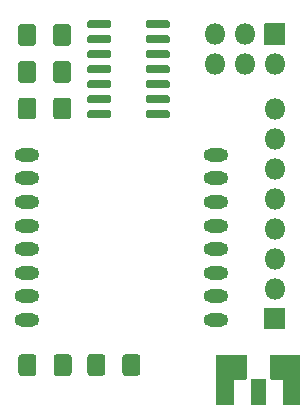
<source format=gts>
G04 #@! TF.GenerationSoftware,KiCad,Pcbnew,5.1.9*
G04 #@! TF.CreationDate,2021-03-12T19:02:00+01:00*
G04 #@! TF.ProjectId,LORA_ATTINY84,4c4f5241-5f41-4545-9449-4e5938342e6b,rev?*
G04 #@! TF.SameCoordinates,Original*
G04 #@! TF.FileFunction,Soldermask,Top*
G04 #@! TF.FilePolarity,Negative*
%FSLAX46Y46*%
G04 Gerber Fmt 4.6, Leading zero omitted, Abs format (unit mm)*
G04 Created by KiCad (PCBNEW 5.1.9) date 2021-03-12 19:02:00*
%MOMM*%
%LPD*%
G01*
G04 APERTURE LIST*
%ADD10C,0.100000*%
%ADD11O,1.802000X1.802000*%
%ADD12O,2.102000X1.102000*%
G04 APERTURE END LIST*
G36*
G01*
X87436200Y-79383601D02*
X87436200Y-77283599D01*
G75*
G02*
X87487199Y-77232600I50999J0D01*
G01*
X88687201Y-77232600D01*
G75*
G02*
X88738200Y-77283599I0J-50999D01*
G01*
X88738200Y-79383601D01*
G75*
G02*
X88687201Y-79434600I-50999J0D01*
G01*
X87487199Y-79434600D01*
G75*
G02*
X87436200Y-79383601I0J50999D01*
G01*
G37*
D10*
G36*
X91591597Y-75187045D02*
G01*
X91592572Y-75187141D01*
X91602401Y-75189099D01*
X91603339Y-75189384D01*
X91612540Y-75193195D01*
X91613405Y-75193657D01*
X91621699Y-75199192D01*
X91622457Y-75199813D01*
X91629587Y-75206943D01*
X91630208Y-75207701D01*
X91635743Y-75215995D01*
X91636205Y-75216860D01*
X91640016Y-75226061D01*
X91640301Y-75226999D01*
X91642259Y-75236828D01*
X91642355Y-75237803D01*
X91642600Y-75242800D01*
X91642600Y-79442800D01*
X91642355Y-79447797D01*
X91642259Y-79448772D01*
X91640301Y-79458601D01*
X91640016Y-79459539D01*
X91636205Y-79468740D01*
X91635743Y-79469605D01*
X91630208Y-79477899D01*
X91629587Y-79478657D01*
X91622457Y-79485787D01*
X91621699Y-79486408D01*
X91613405Y-79491943D01*
X91612540Y-79492405D01*
X91603339Y-79496216D01*
X91602401Y-79496501D01*
X91592572Y-79498459D01*
X91591597Y-79498555D01*
X91586600Y-79498800D01*
X90236600Y-79498800D01*
X90231603Y-79498555D01*
X90230628Y-79498459D01*
X90220799Y-79496501D01*
X90219861Y-79496216D01*
X90210660Y-79492405D01*
X90209795Y-79491943D01*
X90201501Y-79486408D01*
X90200743Y-79485787D01*
X90193613Y-79478657D01*
X90192992Y-79477899D01*
X90187457Y-79469605D01*
X90186995Y-79468740D01*
X90183184Y-79459539D01*
X90182899Y-79458601D01*
X90180941Y-79448772D01*
X90180845Y-79447797D01*
X90180600Y-79442800D01*
X90180600Y-77298800D01*
X89136600Y-77298800D01*
X89131603Y-77298555D01*
X89130628Y-77298459D01*
X89120799Y-77296501D01*
X89119861Y-77296216D01*
X89110660Y-77292405D01*
X89109795Y-77291943D01*
X89101501Y-77286408D01*
X89100743Y-77285787D01*
X89093613Y-77278657D01*
X89092992Y-77277899D01*
X89087457Y-77269605D01*
X89086995Y-77268740D01*
X89083184Y-77259539D01*
X89082899Y-77258601D01*
X89080941Y-77248772D01*
X89080845Y-77247797D01*
X89080600Y-77242800D01*
X89080600Y-75242800D01*
X89080845Y-75237803D01*
X89080941Y-75236828D01*
X89082899Y-75226999D01*
X89083184Y-75226061D01*
X89086995Y-75216860D01*
X89087457Y-75215995D01*
X89092992Y-75207701D01*
X89093613Y-75206943D01*
X89100743Y-75199813D01*
X89101501Y-75199192D01*
X89109795Y-75193657D01*
X89110660Y-75193195D01*
X89119861Y-75189384D01*
X89120799Y-75189099D01*
X89130628Y-75187141D01*
X89131603Y-75187045D01*
X89136600Y-75186800D01*
X91586600Y-75186800D01*
X91591597Y-75187045D01*
G37*
G36*
X87039917Y-75187045D02*
G01*
X87040892Y-75187141D01*
X87050721Y-75189099D01*
X87051659Y-75189384D01*
X87060860Y-75193195D01*
X87061725Y-75193657D01*
X87070019Y-75199192D01*
X87070777Y-75199813D01*
X87077907Y-75206943D01*
X87078528Y-75207701D01*
X87084063Y-75215995D01*
X87084525Y-75216860D01*
X87088336Y-75226061D01*
X87088621Y-75226999D01*
X87090579Y-75236828D01*
X87090675Y-75237803D01*
X87090920Y-75242800D01*
X87090920Y-77242800D01*
X87090675Y-77247797D01*
X87090579Y-77248772D01*
X87088621Y-77258601D01*
X87088336Y-77259539D01*
X87084525Y-77268740D01*
X87084063Y-77269605D01*
X87078528Y-77277899D01*
X87077907Y-77278657D01*
X87070777Y-77285787D01*
X87070019Y-77286408D01*
X87061725Y-77291943D01*
X87060860Y-77292405D01*
X87051659Y-77296216D01*
X87050721Y-77296501D01*
X87040892Y-77298459D01*
X87039917Y-77298555D01*
X87034920Y-77298800D01*
X85990920Y-77298800D01*
X85990920Y-79442800D01*
X85990675Y-79447797D01*
X85990579Y-79448772D01*
X85988621Y-79458601D01*
X85988336Y-79459539D01*
X85984525Y-79468740D01*
X85984063Y-79469605D01*
X85978528Y-79477899D01*
X85977907Y-79478657D01*
X85970777Y-79485787D01*
X85970019Y-79486408D01*
X85961725Y-79491943D01*
X85960860Y-79492405D01*
X85951659Y-79496216D01*
X85950721Y-79496501D01*
X85940892Y-79498459D01*
X85939917Y-79498555D01*
X85934920Y-79498800D01*
X84584920Y-79498800D01*
X84579923Y-79498555D01*
X84578948Y-79498459D01*
X84569119Y-79496501D01*
X84568181Y-79496216D01*
X84558980Y-79492405D01*
X84558115Y-79491943D01*
X84549821Y-79486408D01*
X84549063Y-79485787D01*
X84541933Y-79478657D01*
X84541312Y-79477899D01*
X84535777Y-79469605D01*
X84535315Y-79468740D01*
X84531504Y-79459539D01*
X84531219Y-79458601D01*
X84529261Y-79448772D01*
X84529165Y-79447797D01*
X84528920Y-79442800D01*
X84528920Y-75242800D01*
X84529165Y-75237803D01*
X84529261Y-75236828D01*
X84531219Y-75226999D01*
X84531504Y-75226061D01*
X84535315Y-75216860D01*
X84535777Y-75215995D01*
X84541312Y-75207701D01*
X84541933Y-75206943D01*
X84549063Y-75199813D01*
X84549821Y-75199192D01*
X84558115Y-75193657D01*
X84558980Y-75193195D01*
X84568181Y-75189384D01*
X84569119Y-75189099D01*
X84578948Y-75187141D01*
X84579923Y-75187045D01*
X84584920Y-75186800D01*
X87034920Y-75186800D01*
X87039917Y-75187045D01*
G37*
G36*
G01*
X70740700Y-76756506D02*
X70740700Y-75440294D01*
G75*
G02*
X71008594Y-75172400I267894J0D01*
G01*
X71999806Y-75172400D01*
G75*
G02*
X72267700Y-75440294I0J-267894D01*
G01*
X72267700Y-76756506D01*
G75*
G02*
X71999806Y-77024400I-267894J0D01*
G01*
X71008594Y-77024400D01*
G75*
G02*
X70740700Y-76756506I0J267894D01*
G01*
G37*
G36*
G01*
X67765700Y-76756506D02*
X67765700Y-75440294D01*
G75*
G02*
X68033594Y-75172400I267894J0D01*
G01*
X69024806Y-75172400D01*
G75*
G02*
X69292700Y-75440294I0J-267894D01*
G01*
X69292700Y-76756506D01*
G75*
G02*
X69024806Y-77024400I-267894J0D01*
G01*
X68033594Y-77024400D01*
G75*
G02*
X67765700Y-76756506I0J267894D01*
G01*
G37*
G36*
G01*
X75120400Y-75414894D02*
X75120400Y-76731106D01*
G75*
G02*
X74852506Y-76999000I-267894J0D01*
G01*
X73861294Y-76999000D01*
G75*
G02*
X73593400Y-76731106I0J267894D01*
G01*
X73593400Y-75414894D01*
G75*
G02*
X73861294Y-75147000I267894J0D01*
G01*
X74852506Y-75147000D01*
G75*
G02*
X75120400Y-75414894I0J-267894D01*
G01*
G37*
G36*
G01*
X78095400Y-75414894D02*
X78095400Y-76731106D01*
G75*
G02*
X77827506Y-76999000I-267894J0D01*
G01*
X76836294Y-76999000D01*
G75*
G02*
X76568400Y-76731106I0J267894D01*
G01*
X76568400Y-75414894D01*
G75*
G02*
X76836294Y-75147000I267894J0D01*
G01*
X77827506Y-75147000D01*
G75*
G02*
X78095400Y-75414894I0J-267894D01*
G01*
G37*
G36*
G01*
X69253000Y-53697894D02*
X69253000Y-55014106D01*
G75*
G02*
X68985106Y-55282000I-267894J0D01*
G01*
X67993894Y-55282000D01*
G75*
G02*
X67726000Y-55014106I0J267894D01*
G01*
X67726000Y-53697894D01*
G75*
G02*
X67993894Y-53430000I267894J0D01*
G01*
X68985106Y-53430000D01*
G75*
G02*
X69253000Y-53697894I0J-267894D01*
G01*
G37*
G36*
G01*
X72228000Y-53697894D02*
X72228000Y-55014106D01*
G75*
G02*
X71960106Y-55282000I-267894J0D01*
G01*
X70968894Y-55282000D01*
G75*
G02*
X70701000Y-55014106I0J267894D01*
G01*
X70701000Y-53697894D01*
G75*
G02*
X70968894Y-53430000I267894J0D01*
G01*
X71960106Y-53430000D01*
G75*
G02*
X72228000Y-53697894I0J-267894D01*
G01*
G37*
D11*
X84378800Y-50596800D03*
X84378800Y-48056800D03*
X86918800Y-50596800D03*
X86918800Y-48056800D03*
X89458800Y-50596800D03*
G36*
G01*
X88608800Y-47155800D02*
X90308800Y-47155800D01*
G75*
G02*
X90359800Y-47206800I0J-51000D01*
G01*
X90359800Y-48906800D01*
G75*
G02*
X90308800Y-48957800I-51000J0D01*
G01*
X88608800Y-48957800D01*
G75*
G02*
X88557800Y-48906800I0J51000D01*
G01*
X88557800Y-47206800D01*
G75*
G02*
X88608800Y-47155800I51000J0D01*
G01*
G37*
X89458800Y-54381400D03*
X89458800Y-56921400D03*
X89458800Y-59461400D03*
X89458800Y-62001400D03*
X89458800Y-64541400D03*
X89458800Y-67081400D03*
X89458800Y-69621400D03*
G36*
G01*
X90359800Y-71311400D02*
X90359800Y-73011400D01*
G75*
G02*
X90308800Y-73062400I-51000J0D01*
G01*
X88608800Y-73062400D01*
G75*
G02*
X88557800Y-73011400I0J51000D01*
G01*
X88557800Y-71311400D01*
G75*
G02*
X88608800Y-71260400I51000J0D01*
G01*
X90308800Y-71260400D01*
G75*
G02*
X90359800Y-71311400I0J-51000D01*
G01*
G37*
G36*
G01*
X69253000Y-50611794D02*
X69253000Y-51928006D01*
G75*
G02*
X68985106Y-52195900I-267894J0D01*
G01*
X67993894Y-52195900D01*
G75*
G02*
X67726000Y-51928006I0J267894D01*
G01*
X67726000Y-50611794D01*
G75*
G02*
X67993894Y-50343900I267894J0D01*
G01*
X68985106Y-50343900D01*
G75*
G02*
X69253000Y-50611794I0J-267894D01*
G01*
G37*
G36*
G01*
X72228000Y-50611794D02*
X72228000Y-51928006D01*
G75*
G02*
X71960106Y-52195900I-267894J0D01*
G01*
X70968894Y-52195900D01*
G75*
G02*
X70701000Y-51928006I0J267894D01*
G01*
X70701000Y-50611794D01*
G75*
G02*
X70968894Y-50343900I267894J0D01*
G01*
X71960106Y-50343900D01*
G75*
G02*
X72228000Y-50611794I0J-267894D01*
G01*
G37*
G36*
G01*
X70701000Y-48791106D02*
X70701000Y-47474894D01*
G75*
G02*
X70968894Y-47207000I267894J0D01*
G01*
X71960106Y-47207000D01*
G75*
G02*
X72228000Y-47474894I0J-267894D01*
G01*
X72228000Y-48791106D01*
G75*
G02*
X71960106Y-49059000I-267894J0D01*
G01*
X70968894Y-49059000D01*
G75*
G02*
X70701000Y-48791106I0J267894D01*
G01*
G37*
G36*
G01*
X67726000Y-48791106D02*
X67726000Y-47474894D01*
G75*
G02*
X67993894Y-47207000I267894J0D01*
G01*
X68985106Y-47207000D01*
G75*
G02*
X69253000Y-47474894I0J-267894D01*
G01*
X69253000Y-48791106D01*
G75*
G02*
X68985106Y-49059000I-267894J0D01*
G01*
X67993894Y-49059000D01*
G75*
G02*
X67726000Y-48791106I0J267894D01*
G01*
G37*
G36*
G01*
X75640000Y-54663100D02*
X75640000Y-55014100D01*
G75*
G02*
X75464500Y-55189600I-175500J0D01*
G01*
X73763500Y-55189600D01*
G75*
G02*
X73588000Y-55014100I0J175500D01*
G01*
X73588000Y-54663100D01*
G75*
G02*
X73763500Y-54487600I175500J0D01*
G01*
X75464500Y-54487600D01*
G75*
G02*
X75640000Y-54663100I0J-175500D01*
G01*
G37*
G36*
G01*
X75640000Y-53393100D02*
X75640000Y-53744100D01*
G75*
G02*
X75464500Y-53919600I-175500J0D01*
G01*
X73763500Y-53919600D01*
G75*
G02*
X73588000Y-53744100I0J175500D01*
G01*
X73588000Y-53393100D01*
G75*
G02*
X73763500Y-53217600I175500J0D01*
G01*
X75464500Y-53217600D01*
G75*
G02*
X75640000Y-53393100I0J-175500D01*
G01*
G37*
G36*
G01*
X75640000Y-52123100D02*
X75640000Y-52474100D01*
G75*
G02*
X75464500Y-52649600I-175500J0D01*
G01*
X73763500Y-52649600D01*
G75*
G02*
X73588000Y-52474100I0J175500D01*
G01*
X73588000Y-52123100D01*
G75*
G02*
X73763500Y-51947600I175500J0D01*
G01*
X75464500Y-51947600D01*
G75*
G02*
X75640000Y-52123100I0J-175500D01*
G01*
G37*
G36*
G01*
X75640000Y-50853100D02*
X75640000Y-51204100D01*
G75*
G02*
X75464500Y-51379600I-175500J0D01*
G01*
X73763500Y-51379600D01*
G75*
G02*
X73588000Y-51204100I0J175500D01*
G01*
X73588000Y-50853100D01*
G75*
G02*
X73763500Y-50677600I175500J0D01*
G01*
X75464500Y-50677600D01*
G75*
G02*
X75640000Y-50853100I0J-175500D01*
G01*
G37*
G36*
G01*
X75640000Y-49583100D02*
X75640000Y-49934100D01*
G75*
G02*
X75464500Y-50109600I-175500J0D01*
G01*
X73763500Y-50109600D01*
G75*
G02*
X73588000Y-49934100I0J175500D01*
G01*
X73588000Y-49583100D01*
G75*
G02*
X73763500Y-49407600I175500J0D01*
G01*
X75464500Y-49407600D01*
G75*
G02*
X75640000Y-49583100I0J-175500D01*
G01*
G37*
G36*
G01*
X75640000Y-48313100D02*
X75640000Y-48664100D01*
G75*
G02*
X75464500Y-48839600I-175500J0D01*
G01*
X73763500Y-48839600D01*
G75*
G02*
X73588000Y-48664100I0J175500D01*
G01*
X73588000Y-48313100D01*
G75*
G02*
X73763500Y-48137600I175500J0D01*
G01*
X75464500Y-48137600D01*
G75*
G02*
X75640000Y-48313100I0J-175500D01*
G01*
G37*
G36*
G01*
X75640000Y-47043100D02*
X75640000Y-47394100D01*
G75*
G02*
X75464500Y-47569600I-175500J0D01*
G01*
X73763500Y-47569600D01*
G75*
G02*
X73588000Y-47394100I0J175500D01*
G01*
X73588000Y-47043100D01*
G75*
G02*
X73763500Y-46867600I175500J0D01*
G01*
X75464500Y-46867600D01*
G75*
G02*
X75640000Y-47043100I0J-175500D01*
G01*
G37*
G36*
G01*
X80590000Y-47043100D02*
X80590000Y-47394100D01*
G75*
G02*
X80414500Y-47569600I-175500J0D01*
G01*
X78713500Y-47569600D01*
G75*
G02*
X78538000Y-47394100I0J175500D01*
G01*
X78538000Y-47043100D01*
G75*
G02*
X78713500Y-46867600I175500J0D01*
G01*
X80414500Y-46867600D01*
G75*
G02*
X80590000Y-47043100I0J-175500D01*
G01*
G37*
G36*
G01*
X80590000Y-48313100D02*
X80590000Y-48664100D01*
G75*
G02*
X80414500Y-48839600I-175500J0D01*
G01*
X78713500Y-48839600D01*
G75*
G02*
X78538000Y-48664100I0J175500D01*
G01*
X78538000Y-48313100D01*
G75*
G02*
X78713500Y-48137600I175500J0D01*
G01*
X80414500Y-48137600D01*
G75*
G02*
X80590000Y-48313100I0J-175500D01*
G01*
G37*
G36*
G01*
X80590000Y-49583100D02*
X80590000Y-49934100D01*
G75*
G02*
X80414500Y-50109600I-175500J0D01*
G01*
X78713500Y-50109600D01*
G75*
G02*
X78538000Y-49934100I0J175500D01*
G01*
X78538000Y-49583100D01*
G75*
G02*
X78713500Y-49407600I175500J0D01*
G01*
X80414500Y-49407600D01*
G75*
G02*
X80590000Y-49583100I0J-175500D01*
G01*
G37*
G36*
G01*
X80590000Y-50853100D02*
X80590000Y-51204100D01*
G75*
G02*
X80414500Y-51379600I-175500J0D01*
G01*
X78713500Y-51379600D01*
G75*
G02*
X78538000Y-51204100I0J175500D01*
G01*
X78538000Y-50853100D01*
G75*
G02*
X78713500Y-50677600I175500J0D01*
G01*
X80414500Y-50677600D01*
G75*
G02*
X80590000Y-50853100I0J-175500D01*
G01*
G37*
G36*
G01*
X80590000Y-52123100D02*
X80590000Y-52474100D01*
G75*
G02*
X80414500Y-52649600I-175500J0D01*
G01*
X78713500Y-52649600D01*
G75*
G02*
X78538000Y-52474100I0J175500D01*
G01*
X78538000Y-52123100D01*
G75*
G02*
X78713500Y-51947600I175500J0D01*
G01*
X80414500Y-51947600D01*
G75*
G02*
X80590000Y-52123100I0J-175500D01*
G01*
G37*
G36*
G01*
X80590000Y-53393100D02*
X80590000Y-53744100D01*
G75*
G02*
X80414500Y-53919600I-175500J0D01*
G01*
X78713500Y-53919600D01*
G75*
G02*
X78538000Y-53744100I0J175500D01*
G01*
X78538000Y-53393100D01*
G75*
G02*
X78713500Y-53217600I175500J0D01*
G01*
X80414500Y-53217600D01*
G75*
G02*
X80590000Y-53393100I0J-175500D01*
G01*
G37*
G36*
G01*
X80590000Y-54663100D02*
X80590000Y-55014100D01*
G75*
G02*
X80414500Y-55189600I-175500J0D01*
G01*
X78713500Y-55189600D01*
G75*
G02*
X78538000Y-55014100I0J175500D01*
G01*
X78538000Y-54663100D01*
G75*
G02*
X78713500Y-54487600I175500J0D01*
G01*
X80414500Y-54487600D01*
G75*
G02*
X80590000Y-54663100I0J-175500D01*
G01*
G37*
D12*
X84529200Y-58267600D03*
X84529200Y-60267600D03*
X84529200Y-62267600D03*
X84529200Y-64267600D03*
X84529200Y-66267600D03*
X84529200Y-68267600D03*
X84529200Y-70267600D03*
X84529200Y-72267600D03*
X68529200Y-72267600D03*
X68529200Y-70267600D03*
X68529200Y-68267600D03*
X68529200Y-66267600D03*
X68529200Y-64267600D03*
X68529200Y-62267600D03*
X68529200Y-60267600D03*
X68529200Y-58267600D03*
M02*

</source>
